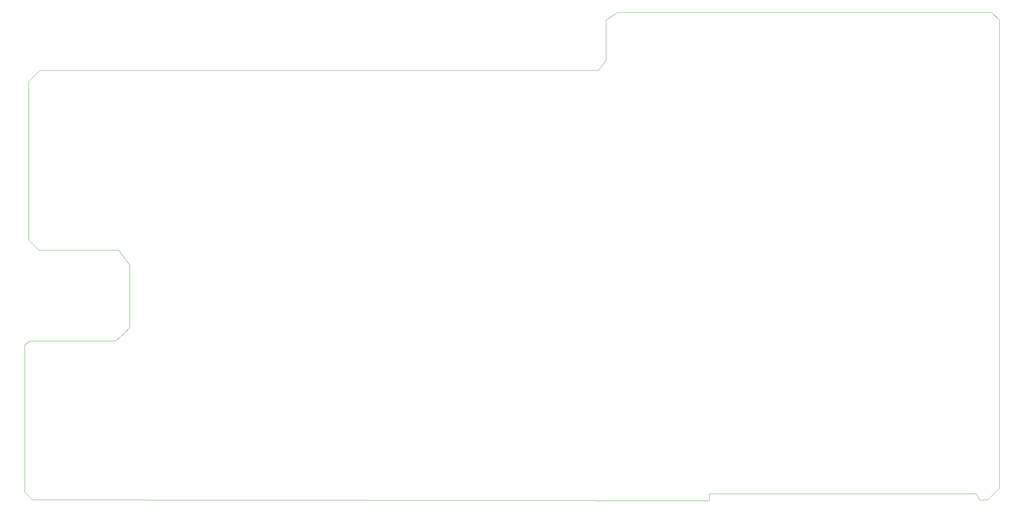
<source format=gbr>
%TF.GenerationSoftware,KiCad,Pcbnew,8.0.9-8.0.9-0~ubuntu24.04.1*%
%TF.CreationDate,2025-09-11T09:49:23+02:00*%
%TF.ProjectId,mb.2024.1.0,6d622e32-3032-4342-9e31-2e302e6b6963,rev?*%
%TF.SameCoordinates,Original*%
%TF.FileFunction,Profile,NP*%
%FSLAX46Y46*%
G04 Gerber Fmt 4.6, Leading zero omitted, Abs format (unit mm)*
G04 Created by KiCad (PCBNEW 8.0.9-8.0.9-0~ubuntu24.04.1) date 2025-09-11 09:49:23*
%MOMM*%
%LPD*%
G01*
G04 APERTURE LIST*
%TA.AperFunction,Profile*%
%ADD10C,0.100000*%
%TD*%
G04 APERTURE END LIST*
D10*
X165000000Y-31000000D02*
X162000000Y-33000000D01*
X37338000Y-114554000D02*
X15494000Y-114554000D01*
X162000000Y-33000000D02*
X162000000Y-43180000D01*
X18034000Y-45720000D02*
X15240000Y-48514000D01*
X256980000Y-155020000D02*
X259000000Y-155000000D01*
X15240000Y-88900000D02*
X17780000Y-91440000D01*
X160020000Y-45720000D02*
X18034000Y-45720000D01*
X260000000Y-31000000D02*
X165000000Y-31000000D01*
X262000000Y-152000000D02*
X262000000Y-33000000D01*
X38100000Y-91440000D02*
X40894000Y-95250000D01*
X17780000Y-91440000D02*
X38100000Y-91440000D01*
X15494000Y-114554000D02*
X14240000Y-115570000D01*
X162000000Y-43180000D02*
X160020000Y-45720000D01*
X14240000Y-153000000D02*
X16240000Y-155000000D01*
X14240000Y-115570000D02*
X14240000Y-153000000D01*
X259000000Y-155000000D02*
X262000000Y-152000000D01*
X40894000Y-111252000D02*
X40894000Y-95250000D01*
X188270000Y-153400000D02*
X188214000Y-155194000D01*
X15240000Y-48514000D02*
X15240000Y-88900000D01*
X256032000Y-153416000D02*
X256980000Y-155020000D01*
X40894000Y-111252000D02*
X37338000Y-114554000D01*
X16240000Y-155000000D02*
X188214000Y-155194000D01*
X188270000Y-153400000D02*
X256032000Y-153416000D01*
X260000000Y-31000000D02*
X262000000Y-33000000D01*
M02*

</source>
